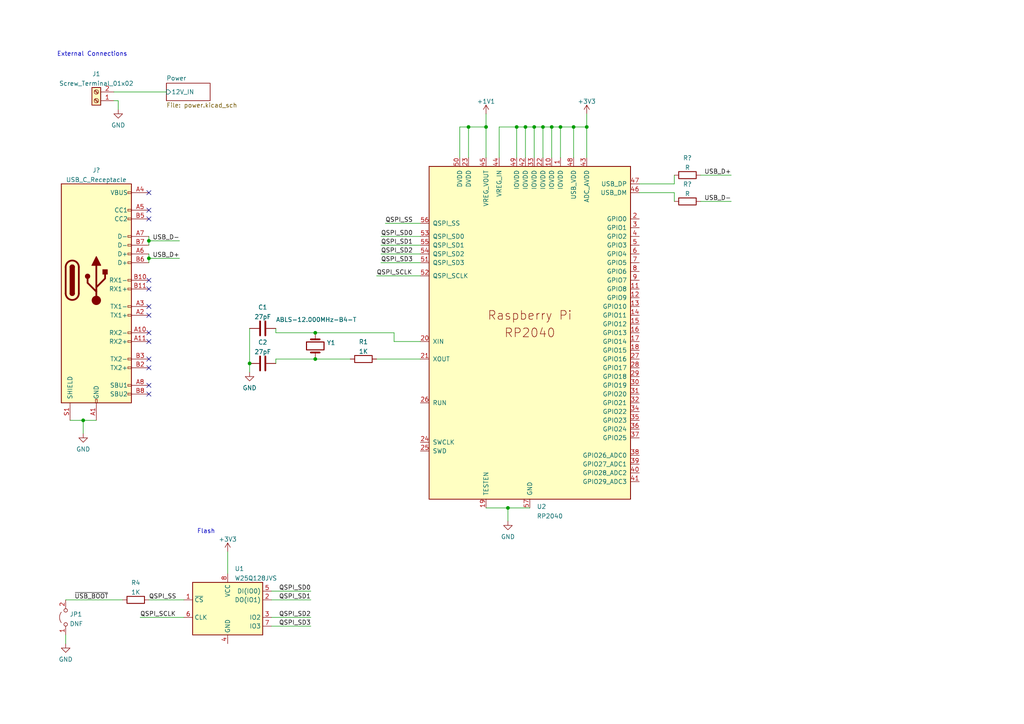
<source format=kicad_sch>
(kicad_sch (version 20211123) (generator eeschema)
  (paper "A4")
  (title_block (title "Main Board") (date "2022-01-02") (rev "V1.0.0") (company "Matthew Nickson") (comment 1 "Licence: CC-BY-SA-4.0"))
  (lib_symbols
    (symbol "Connector:Screw_Terminal_01x02" (pin_names (offset 1.016) hide)
      (property "Reference" "J" (at 0 2.54 0))
      (property "Value" "Screw_Terminal_01x02" (at 0 -5.08 0))
      (symbol "Screw_Terminal_01x02_1_1"
        (rectangle (start -1.27 1.27) (end 1.27 -3.81) (stroke (width 0.254)) (fill (type background)))
        (circle (center 0 -2.54) (radius 0.635) (stroke (width 0.1524)))
        (polyline (pts (xy -0.5334 -2.2098) (xy 0.3302 -3.048)) (stroke (width 0.1524)))
        (polyline (pts (xy -0.5334 0.3302) (xy 0.3302 -0.508)) (stroke (width 0.1524)))
        (polyline (pts (xy -0.3556 -2.032) (xy 0.508 -2.8702)) (stroke (width 0.1524)))
        (polyline (pts (xy -0.3556 0.508) (xy 0.508 -0.3302)) (stroke (width 0.1524)))
        (circle (center 0 0) (radius 0.635) (stroke (width 0.1524)))
        (pin passive line (at -5.08 0 0) (length 3.81) (name "Pin_1") (number "1"))
        (pin passive line (at -5.08 -2.54 0) (length 3.81) (name "Pin_2") (number "2"))
      )
    )
    (symbol "Connector:USB_C_Receptacle" (pin_names (offset 1.016))
      (property "Reference" "J" (at -10.16 29.21 0))
      (property "Value" "USB_C_Receptacle" (at 10.16 29.21 0))
      (symbol "USB_C_Receptacle_0_0"
        (rectangle (start -0.254 -35.56) (end 0.254 -34.544))
        (rectangle (start 10.16 -32.766) (end 9.144 -33.274))
        (rectangle (start 10.16 -30.226) (end 9.144 -30.734))
        (rectangle (start 10.16 -25.146) (end 9.144 -25.654))
        (rectangle (start 10.16 -22.606) (end 9.144 -23.114))
        (rectangle (start 10.16 -17.526) (end 9.144 -18.034))
        (rectangle (start 10.16 -14.986) (end 9.144 -15.494))
        (rectangle (start 10.16 -9.906) (end 9.144 -10.414))
        (rectangle (start 10.16 -7.366) (end 9.144 -7.874))
        (rectangle (start 10.16 -2.286) (end 9.144 -2.794))
        (rectangle (start 10.16 0.254) (end 9.144 -0.254))
        (rectangle (start 10.16 5.334) (end 9.144 4.826))
        (rectangle (start 10.16 7.874) (end 9.144 7.366))
        (rectangle (start 10.16 10.414) (end 9.144 9.906))
        (rectangle (start 10.16 12.954) (end 9.144 12.446))
        (rectangle (start 10.16 18.034) (end 9.144 17.526))
        (rectangle (start 10.16 20.574) (end 9.144 20.066))
        (rectangle (start 10.16 25.654) (end 9.144 25.146))
      )
      (symbol "USB_C_Receptacle_0_1"
        (rectangle (start -10.16 27.94) (end 10.16 -35.56) (stroke (width 0.254)) (fill (type background)))
        (arc (start -8.89 -3.81) (mid -6.985 -5.715) (end -5.08 -3.81) (stroke (width 0.508)))
        (arc (start -7.62 -3.81) (mid -6.985 -4.445) (end -6.35 -3.81) (stroke (width 0.254)))
        (arc (start -7.62 -3.81) (mid -6.985 -4.445) (end -6.35 -3.81) (stroke (width 0.254)) (fill (type outline)))
        (rectangle (start -7.62 -3.81) (end -6.35 3.81) (stroke (width 0.254)) (fill (type outline)))
        (arc (start -6.35 3.81) (mid -6.985 4.445) (end -7.62 3.81) (stroke (width 0.254)))
        (arc (start -6.35 3.81) (mid -6.985 4.445) (end -7.62 3.81) (stroke (width 0.254)) (fill (type outline)))
        (arc (start -5.08 3.81) (mid -6.985 5.715) (end -8.89 3.81) (stroke (width 0.508)))
        (polyline (pts (xy -8.89 -3.81) (xy -8.89 3.81)) (stroke (width 0.508)))
        (polyline (pts (xy -5.08 3.81) (xy -5.08 -3.81)) (stroke (width 0.508)))
      )
      (symbol "USB_C_Receptacle_1_1"
        (circle (center -2.54 1.143) (radius 0.635) (stroke (width 0.254)) (fill (type outline)))
        (circle (center 0 -5.842) (radius 1.27) (fill (type outline)))
        (polyline (pts (xy 0 -5.842) (xy 0 4.318)) (stroke (width 0.508)))
        (polyline (pts (xy 0 -3.302) (xy -2.54 -0.762) (xy -2.54 0.508)) (stroke (width 0.508)))
        (polyline (pts (xy 0 -2.032) (xy 2.54 0.508) (xy 2.54 1.778)) (stroke (width 0.508)))
        (polyline (pts (xy -1.27 4.318) (xy 0 6.858) (xy 1.27 4.318) (xy -1.27 4.318)) (stroke (width 0.254)) (fill (type outline)))
        (rectangle (start 1.905 1.778) (end 3.175 3.048) (stroke (width 0.254)) (fill (type outline)))
        (pin passive line (at 0 -40.64 90) (length 5.08) (name "GND") (number "A1"))
        (pin bidirectional line (at 15.24 -15.24 180) (length 5.08) (name "RX2-") (number "A10"))
        (pin bidirectional line (at 15.24 -17.78 180) (length 5.08) (name "RX2+") (number "A11"))
        (pin passive line (at 0 -40.64 90) (length 5.08) hide (name "GND") (number "A12"))
        (pin bidirectional line (at 15.24 -10.16 180) (length 5.08) (name "TX1+") (number "A2"))
        (pin bidirectional line (at 15.24 -7.62 180) (length 5.08) (name "TX1-") (number "A3"))
        (pin passive line (at 15.24 25.4 180) (length 5.08) (name "VBUS") (number "A4"))
        (pin bidirectional line (at 15.24 20.32 180) (length 5.08) (name "CC1") (number "A5"))
        (pin bidirectional line (at 15.24 7.62 180) (length 5.08) (name "D+") (number "A6"))
        (pin bidirectional line (at 15.24 12.7 180) (length 5.08) (name "D-") (number "A7"))
        (pin bidirectional line (at 15.24 -30.48 180) (length 5.08) (name "SBU1") (number "A8"))
        (pin passive line (at 15.24 25.4 180) (length 5.08) hide (name "VBUS") (number "A9"))
        (pin passive line (at 0 -40.64 90) (length 5.08) hide (name "GND") (number "B1"))
        (pin bidirectional line (at 15.24 0 180) (length 5.08) (name "RX1-") (number "B10"))
        (pin bidirectional line (at 15.24 -2.54 180) (length 5.08) (name "RX1+") (number "B11"))
        (pin passive line (at 0 -40.64 90) (length 5.08) hide (name "GND") (number "B12"))
        (pin bidirectional line (at 15.24 -25.4 180) (length 5.08) (name "TX2+") (number "B2"))
        (pin bidirectional line (at 15.24 -22.86 180) (length 5.08) (name "TX2-") (number "B3"))
        (pin passive line (at 15.24 25.4 180) (length 5.08) hide (name "VBUS") (number "B4"))
        (pin bidirectional line (at 15.24 17.78 180) (length 5.08) (name "CC2") (number "B5"))
        (pin bidirectional line (at 15.24 5.08 180) (length 5.08) (name "D+") (number "B6"))
        (pin bidirectional line (at 15.24 10.16 180) (length 5.08) (name "D-") (number "B7"))
        (pin bidirectional line (at 15.24 -33.02 180) (length 5.08) (name "SBU2") (number "B8"))
        (pin passive line (at 15.24 25.4 180) (length 5.08) hide (name "VBUS") (number "B9"))
        (pin passive line (at -7.62 -40.64 90) (length 5.08) (name "SHIELD") (number "S1"))
      )
    )
    (symbol "Device:C" (pin_numbers hide) (pin_names (offset 0.254))
      (property "Reference" "C" (at 0.635 2.54 0))
      (property "Value" "C" (at 0.635 -2.54 0))
      (symbol "C_0_1"
        (polyline (pts (xy -2.032 -0.762) (xy 2.032 -0.762)) (stroke (width 0.508)))
        (polyline (pts (xy -2.032 0.762) (xy 2.032 0.762)) (stroke (width 0.508)))
      )
      (symbol "C_1_1"
        (pin passive line (at 0 3.81 270) (length 2.794) (name "~") (number "1"))
        (pin passive line (at 0 -3.81 90) (length 2.794) (name "~") (number "2"))
      )
    )
    (symbol "Device:Crystal" (pin_numbers hide) (pin_names (offset 1.016) hide)
      (property "Reference" "Y" (at 0 3.81 0))
      (property "Value" "Crystal" (at 0 -3.81 0))
      (symbol "Crystal_0_1"
        (rectangle (start -1.143 2.54) (end 1.143 -2.54) (stroke (width 0.3048)))
        (polyline (pts (xy -2.54 0) (xy -1.905 0)))
        (polyline (pts (xy -1.905 -1.27) (xy -1.905 1.27)) (stroke (width 0.508)))
        (polyline (pts (xy 1.905 -1.27) (xy 1.905 1.27)) (stroke (width 0.508)))
        (polyline (pts (xy 2.54 0) (xy 1.905 0)))
      )
      (symbol "Crystal_1_1"
        (pin passive line (at -3.81 0 0) (length 1.27) (name "1") (number "1"))
        (pin passive line (at 3.81 0 180) (length 1.27) (name "2") (number "2"))
      )
    )
    (symbol "Device:R" (pin_numbers hide) (pin_names (offset 0))
      (property "Reference" "R" (at 2.032 0 90))
      (property "Value" "R" (at 0 0 90))
      (symbol "R_0_1"
        (rectangle (start -1.016 -2.54) (end 1.016 2.54) (stroke (width 0.254)))
      )
      (symbol "R_1_1"
        (pin passive line (at 0 3.81 270) (length 1.27) (name "~") (number "1"))
        (pin passive line (at 0 -3.81 90) (length 1.27) (name "~") (number "2"))
      )
    )
    (symbol "Jumper:Jumper_2_Open" (pin_names (offset 0) hide)
      (property "Reference" "JP" (at 0 2.794 0))
      (property "Value" "Jumper_2_Open" (at 0 -2.286 0))
      (symbol "Jumper_2_Open_0_0"
        (circle (center -2.032 0) (radius 0.508))
        (circle (center 2.032 0) (radius 0.508))
      )
      (symbol "Jumper_2_Open_0_1"
        (arc (start 1.524 1.27) (mid 0 1.778) (end -1.524 1.27))
      )
      (symbol "Jumper_2_Open_1_1"
        (pin passive line (at -5.08 0 0) (length 2.54) (name "A") (number "1"))
        (pin passive line (at 5.08 0 180) (length 2.54) (name "B") (number "2"))
      )
    )
    (symbol "MCU_RaspberryPi_RP2040:RP2040" (pin_names (offset 1.016))
      (property "Reference" "U" (at -29.21 49.53 0))
      (property "Value" "RP2040" (at 24.13 -49.53 0))
      (symbol "RP2040_0_0"
        (text "Raspberry Pi" (at 0 5.08 0) (effects (font (size 2.54 2.54))))
        (text "RP2040" (at 0 0 0) (effects (font (size 2.54 2.54))))
      )
      (symbol "RP2040_0_1"
        (rectangle (start 29.21 48.26) (end -29.21 -48.26) (stroke (width 0.254)) (fill (type background)))
      )
      (symbol "RP2040_1_1"
        (pin power_in line (at 8.89 50.8 270) (length 2.54) (name "IOVDD") (number "1"))
        (pin power_in line (at 6.35 50.8 270) (length 2.54) (name "IOVDD") (number "10"))
        (pin bidirectional line (at 31.75 12.7 180) (length 2.54) (name "GPIO8") (number "11"))
        (pin bidirectional line (at 31.75 10.16 180) (length 2.54) (name "GPIO9") (number "12"))
        (pin bidirectional line (at 31.75 7.62 180) (length 2.54) (name "GPIO10") (number "13"))
        (pin bidirectional line (at 31.75 5.08 180) (length 2.54) (name "GPIO11") (number "14"))
        (pin bidirectional line (at 31.75 2.54 180) (length 2.54) (name "GPIO12") (number "15"))
        (pin bidirectional line (at 31.75 0 180) (length 2.54) (name "GPIO13") (number "16"))
        (pin bidirectional line (at 31.75 -2.54 180) (length 2.54) (name "GPIO14") (number "17"))
        (pin bidirectional line (at 31.75 -5.08 180) (length 2.54) (name "GPIO15") (number "18"))
        (pin passive line (at -12.7 -50.8 90) (length 2.54) (name "TESTEN") (number "19"))
        (pin bidirectional line (at 31.75 33.02 180) (length 2.54) (name "GPIO0") (number "2"))
        (pin input line (at -31.75 -2.54 0) (length 2.54) (name "XIN") (number "20"))
        (pin passive line (at -31.75 -7.62 0) (length 2.54) (name "XOUT") (number "21"))
        (pin power_in line (at 3.81 50.8 270) (length 2.54) (name "IOVDD") (number "22"))
        (pin power_in line (at -17.78 50.8 270) (length 2.54) (name "DVDD") (number "23"))
        (pin output line (at -31.75 -31.75 0) (length 2.54) (name "SWCLK") (number "24"))
        (pin bidirectional line (at -31.75 -34.29 0) (length 2.54) (name "SWD") (number "25"))
        (pin input line (at -31.75 -20.32 0) (length 2.54) (name "RUN") (number "26"))
        (pin bidirectional line (at 31.75 -7.62 180) (length 2.54) (name "GPIO16") (number "27"))
        (pin bidirectional line (at 31.75 -10.16 180) (length 2.54) (name "GPIO17") (number "28"))
        (pin bidirectional line (at 31.75 -12.7 180) (length 2.54) (name "GPIO18") (number "29"))
        (pin bidirectional line (at 31.75 30.48 180) (length 2.54) (name "GPIO1") (number "3"))
        (pin bidirectional line (at 31.75 -15.24 180) (length 2.54) (name "GPIO19") (number "30"))
        (pin bidirectional line (at 31.75 -17.78 180) (length 2.54) (name "GPIO20") (number "31"))
        (pin bidirectional line (at 31.75 -20.32 180) (length 2.54) (name "GPIO21") (number "32"))
        (pin power_in line (at 1.27 50.8 270) (length 2.54) (name "IOVDD") (number "33"))
        (pin bidirectional line (at 31.75 -22.86 180) (length 2.54) (name "GPIO22") (number "34"))
        (pin bidirectional line (at 31.75 -25.4 180) (length 2.54) (name "GPIO23") (number "35"))
        (pin bidirectional line (at 31.75 -27.94 180) (length 2.54) (name "GPIO24") (number "36"))
        (pin bidirectional line (at 31.75 -30.48 180) (length 2.54) (name "GPIO25") (number "37"))
        (pin bidirectional line (at 31.75 -35.56 180) (length 2.54) (name "GPIO26_ADC0") (number "38"))
        (pin bidirectional line (at 31.75 -38.1 180) (length 2.54) (name "GPIO27_ADC1") (number "39"))
        (pin bidirectional line (at 31.75 27.94 180) (length 2.54) (name "GPIO2") (number "4"))
        (pin bidirectional line (at 31.75 -40.64 180) (length 2.54) (name "GPIO28_ADC2") (number "40"))
        (pin bidirectional line (at 31.75 -43.18 180) (length 2.54) (name "GPIO29_ADC3") (number "41"))
        (pin power_in line (at -1.27 50.8 270) (length 2.54) (name "IOVDD") (number "42"))
        (pin power_in line (at 16.51 50.8 270) (length 2.54) (name "ADC_AVDD") (number "43"))
        (pin power_in line (at -8.89 50.8 270) (length 2.54) (name "VREG_IN") (number "44"))
        (pin power_out line (at -12.7 50.8 270) (length 2.54) (name "VREG_VOUT") (number "45"))
        (pin bidirectional line (at 31.75 40.64 180) (length 2.54) (name "USB_DM") (number "46"))
        (pin bidirectional line (at 31.75 43.18 180) (length 2.54) (name "USB_DP") (number "47"))
        (pin power_in line (at 12.7 50.8 270) (length 2.54) (name "USB_VDD") (number "48"))
        (pin power_in line (at -3.81 50.8 270) (length 2.54) (name "IOVDD") (number "49"))
        (pin bidirectional line (at 31.75 25.4 180) (length 2.54) (name "GPIO3") (number "5"))
        (pin power_in line (at -20.32 50.8 270) (length 2.54) (name "DVDD") (number "50"))
        (pin bidirectional line (at -31.75 20.32 0) (length 2.54) (name "QSPI_SD3") (number "51"))
        (pin output line (at -31.75 16.51 0) (length 2.54) (name "QSPI_SCLK") (number "52"))
        (pin bidirectional line (at -31.75 27.94 0) (length 2.54) (name "QSPI_SD0") (number "53"))
        (pin bidirectional line (at -31.75 22.86 0) (length 2.54) (name "QSPI_SD2") (number "54"))
        (pin bidirectional line (at -31.75 25.4 0) (length 2.54) (name "QSPI_SD1") (number "55"))
        (pin bidirectional line (at -31.75 31.75 0) (length 2.54) (name "QSPI_SS") (number "56"))
        (pin power_in line (at 0 -50.8 90) (length 2.54) (name "GND") (number "57"))
        (pin bidirectional line (at 31.75 22.86 180) (length 2.54) (name "GPIO4") (number "6"))
        (pin bidirectional line (at 31.75 20.32 180) (length 2.54) (name "GPIO5") (number "7"))
        (pin bidirectional line (at 31.75 17.78 180) (length 2.54) (name "GPIO6") (number "8"))
        (pin bidirectional line (at 31.75 15.24 180) (length 2.54) (name "GPIO7") (number "9"))
      )
    )
    (symbol "Memory_Flash:W25Q128JVS"
      (property "Reference" "U" (at -8.89 8.89 0))
      (property "Value" "W25Q128JVS" (at 7.62 8.89 0))
      (symbol "W25Q128JVS_0_1"
        (rectangle (start -10.16 7.62) (end 10.16 -7.62) (stroke (width 0.254)) (fill (type background)))
      )
      (symbol "W25Q128JVS_1_1"
        (pin input line (at -12.7 2.54 0) (length 2.54) (name "~{CS}") (number "1"))
        (pin bidirectional line (at 12.7 2.54 180) (length 2.54) (name "DO(IO1)") (number "2"))
        (pin bidirectional line (at 12.7 -2.54 180) (length 2.54) (name "IO2") (number "3"))
        (pin power_in line (at 0 -10.16 90) (length 2.54) (name "GND") (number "4"))
        (pin bidirectional line (at 12.7 5.08 180) (length 2.54) (name "DI(IO0)") (number "5"))
        (pin input line (at -12.7 -2.54 0) (length 2.54) (name "CLK") (number "6"))
        (pin bidirectional line (at 12.7 -5.08 180) (length 2.54) (name "IO3") (number "7"))
        (pin power_in line (at 0 10.16 270) (length 2.54) (name "VCC") (number "8"))
      )
    )
    (symbol "power:+1V1" (power) (pin_names (offset 0))
      (property "Value" "+1V1" (at 0 3.556 0))
      (symbol "+1V1_0_1"
        (polyline (pts (xy -0.762 1.27) (xy 0 2.54)))
        (polyline (pts (xy 0 0) (xy 0 2.54)))
        (polyline (pts (xy 0 2.54) (xy 0.762 1.27)))
      )
      (symbol "+1V1_1_1"
        (pin power_in line (at 0 0 90) (length 0) hide (name "+1V1") (number "1"))
      )
    )
    (symbol "power:+3V3" (power) (pin_names (offset 0))
      (property "Value" "+3V3" (at 0 3.556 0))
      (symbol "+3V3_0_1"
        (polyline (pts (xy -0.762 1.27) (xy 0 2.54)))
        (polyline (pts (xy 0 0) (xy 0 2.54)))
        (polyline (pts (xy 0 2.54) (xy 0.762 1.27)))
      )
      (symbol "+3V3_1_1"
        (pin power_in line (at 0 0 90) (length 0) hide (name "+3V3") (number "1"))
      )
    )
    (symbol "power:GND" (power) (pin_names (offset 0))
      (property "Value" "GND" (at 0 -3.81 0))
      (symbol "GND_0_1"
        (polyline (pts (xy 0 0) (xy 0 -1.27) (xy 1.27 -1.27) (xy 0 -2.54) (xy -1.27 -1.27) (xy 0 -1.27)))
      )
      (symbol "GND_1_1"
        (pin power_in line (at 0 0 270) (length 0) hide (name "GND") (number "1"))
      )
    )
  )
  (junction (at 160.02 36.83))
  (junction (at 170.18 36.83))
  (junction (at 135.89 36.83))
  (junction (at 91.44 96.52))
  (junction (at 91.44 104.14))
  (junction (at 157.48 36.83))
  (junction (at 154.94 36.83))
  (junction (at 140.97 36.83))
  (junction (at 166.37 36.83))
  (junction (at 162.56 36.83))
  (junction (at 147.32 147.32))
  (junction (at 24.13 121.92))
  (junction (at 43.18 69.85))
  (junction (at 149.86 36.83))
  (junction (at 43.18 74.93))
  (junction (at 152.4 36.83))
  (junction (at 72.39 105.41))
  (no_connect (at 43.18 55.88))
  (no_connect (at 43.18 81.28))
  (no_connect (at 43.18 63.5))
  (no_connect (at 43.18 60.96))
  (no_connect (at 43.18 106.68))
  (no_connect (at 43.18 104.14))
  (no_connect (at 43.18 111.76))
  (no_connect (at 43.18 114.3))
  (no_connect (at 43.18 99.06))
  (no_connect (at 43.18 96.52))
  (no_connect (at 43.18 91.44))
  (no_connect (at 43.18 88.9))
  (no_connect (at 43.18 83.82))
  (wire (pts (xy 160.02 36.83) (xy 160.02 45.72)))
  (wire (pts (xy 43.18 69.85) (xy 52.07 69.85)))
  (wire (pts (xy 203.2 58.42) (xy 212.09 58.42)))
  (wire (pts (xy 110.49 76.2) (xy 121.92 76.2)))
  (wire (pts (xy 162.56 36.83) (xy 162.56 45.72)))
  (wire (pts (xy 166.37 36.83) (xy 166.37 45.72)))
  (wire (pts (xy 152.4 36.83) (xy 152.4 45.72)))
  (wire (pts (xy 140.97 33.02) (xy 140.97 36.83)))
  (wire (pts (xy 110.49 73.66) (xy 121.92 73.66)))
  (wire (pts (xy 19.05 184.15) (xy 19.05 186.69)))
  (wire (pts (xy 24.13 121.92) (xy 24.13 125.73)))
  (wire (pts (xy 152.4 36.83) (xy 154.94 36.83)))
  (wire (pts (xy 114.3 99.06) (xy 121.92 99.06)))
  (wire (pts (xy 149.86 45.72) (xy 149.86 36.83)))
  (wire (pts (xy 19.05 173.99) (xy 35.56 173.99)))
  (wire (pts (xy 144.78 45.72) (xy 144.78 36.83)))
  (wire (pts (xy 34.29 29.21) (xy 34.29 31.75)))
  (wire (pts (xy 140.97 36.83) (xy 135.89 36.83)))
  (wire (pts (xy 140.97 45.72) (xy 140.97 36.83)))
  (wire (pts (xy 33.02 26.67) (xy 48.26 26.67)))
  (wire (pts (xy 111.76 64.77) (xy 121.92 64.77)))
  (wire (pts (xy 185.42 53.34) (xy 195.58 53.34)))
  (wire (pts (xy 78.74 171.45) (xy 90.17 171.45)))
  (wire (pts (xy 110.49 71.12) (xy 121.92 71.12)))
  (wire (pts (xy 195.58 53.34) (xy 195.58 50.8)))
  (wire (pts (xy 185.42 55.88) (xy 195.58 55.88)))
  (wire (pts (xy 140.97 147.32) (xy 147.32 147.32)))
  (wire (pts (xy 154.94 36.83) (xy 157.48 36.83)))
  (wire (pts (xy 162.56 36.83) (xy 166.37 36.83)))
  (wire (pts (xy 43.18 173.99) (xy 53.34 173.99)))
  (wire (pts (xy 110.49 68.58) (xy 121.92 68.58)))
  (wire (pts (xy 72.39 95.25) (xy 72.39 105.41)))
  (wire (pts (xy 170.18 36.83) (xy 170.18 45.72)))
  (wire (pts (xy 78.74 179.07) (xy 90.17 179.07)))
  (wire (pts (xy 24.13 121.92) (xy 27.94 121.92)))
  (wire (pts (xy 91.44 96.52) (xy 114.3 96.52)))
  (wire (pts (xy 80.01 105.41) (xy 80.01 104.14)))
  (wire (pts (xy 133.35 36.83) (xy 133.35 45.72)))
  (wire (pts (xy 160.02 36.83) (xy 162.56 36.83)))
  (wire (pts (xy 166.37 36.83) (xy 170.18 36.83)))
  (wire (pts (xy 40.64 179.07) (xy 53.34 179.07)))
  (wire (pts (xy 195.58 55.88) (xy 195.58 58.42)))
  (wire (pts (xy 147.32 147.32) (xy 147.32 151.13)))
  (wire (pts (xy 33.02 29.21) (xy 34.29 29.21)))
  (wire (pts (xy 80.01 104.14) (xy 91.44 104.14)))
  (wire (pts (xy 72.39 105.41) (xy 72.39 107.95)))
  (wire (pts (xy 109.22 80.01) (xy 121.92 80.01)))
  (wire (pts (xy 43.18 68.58) (xy 43.18 69.85)))
  (wire (pts (xy 43.18 73.66) (xy 43.18 74.93)))
  (wire (pts (xy 91.44 104.14) (xy 101.6 104.14)))
  (wire (pts (xy 170.18 33.02) (xy 170.18 36.83)))
  (wire (pts (xy 147.32 147.32) (xy 153.67 147.32)))
  (wire (pts (xy 135.89 36.83) (xy 133.35 36.83)))
  (wire (pts (xy 154.94 36.83) (xy 154.94 45.72)))
  (wire (pts (xy 78.74 173.99) (xy 90.17 173.99)))
  (wire (pts (xy 114.3 96.52) (xy 114.3 99.06)))
  (wire (pts (xy 135.89 45.72) (xy 135.89 36.83)))
  (wire (pts (xy 157.48 45.72) (xy 157.48 36.83)))
  (wire (pts (xy 78.74 181.61) (xy 90.17 181.61)))
  (wire (pts (xy 157.48 36.83) (xy 160.02 36.83)))
  (wire (pts (xy 43.18 69.85) (xy 43.18 71.12)))
  (wire (pts (xy 80.01 96.52) (xy 91.44 96.52)))
  (wire (pts (xy 144.78 36.83) (xy 149.86 36.83)))
  (wire (pts (xy 43.18 74.93) (xy 43.18 76.2)))
  (wire (pts (xy 20.32 121.92) (xy 24.13 121.92)))
  (wire (pts (xy 80.01 95.25) (xy 80.01 96.52)))
  (wire (pts (xy 66.04 160.02) (xy 66.04 166.37)))
  (wire (pts (xy 203.2 50.8) (xy 212.09 50.8)))
  (wire (pts (xy 149.86 36.83) (xy 152.4 36.83)))
  (wire (pts (xy 109.22 104.14) (xy 121.92 104.14)))
  (wire (pts (xy 43.18 74.93) (xy 52.07 74.93)))
  (text "External Connections" (at 16.51 16.51 0) (effects (font (size 1.27 1.27)) (justify left bottom)))
  (text "Flash" (at 57.15 154.94 0) (effects (font (size 1.27 1.27)) (justify left bottom)))
  (label "QSPI_SS" (at 111.76 64.77 0))
  (label "~{USB_BOOT}" (at 21.59 173.99 0))
  (label "QSPI_SD0" (at 110.49 68.58 0))
  (label "QSPI_SD1" (at 90.17 173.99 180))
  (label "USB_D+" (at 52.07 74.93 180))
  (label "QSPI_SD3" (at 90.17 181.61 180))
  (label "QSPI_SCLK" (at 40.64 179.07 0))
  (label "QSPI_SD1" (at 110.49 71.12 0))
  (label "QSPI_SD0" (at 90.17 171.45 180))
  (label "USB_D-" (at 212.09 58.42 180))
  (label "QSPI_SD3" (at 110.49 76.2 0))
  (label "USB_D+" (at 212.09 50.8 180))
  (label "QSPI_SD2" (at 110.49 73.66 0))
  (label "QSPI_SCLK" (at 109.22 80.01 0))
  (label "QSPI_SS" (at 43.18 173.99 0))
  (label "USB_D-" (at 52.07 69.85 180))
  (label "QSPI_SD2" (at 90.17 179.07 180))
  (symbol (lib_id "power:GND") (at 34.29 31.75 0) (unit 1)
    (property "Reference" "#PWR01" (effects hide))
    (property "Value" "GND" (at 34.29 36.3125 0))
  )
  (symbol (lib_id "MCU_RaspberryPi_RP2040:RP2040") (at 153.67 96.52 0) (unit 1)
    (property "Reference" "U2" (at 155.6894 146.9295 0) (effects (justify left)))
    (property "Value" "RP2040" (at 155.6894 149.7046 0) (effects (justify left)))
    (property "Footprint" "RP2040_minimal:RP2040-QFN-56" (effects hide))
  )
  (symbol (lib_id "Device:Crystal") (at 91.44 100.33 90) (unit 1)
    (property "Reference" "Y1" (at 94.7674 99.4215 90) (effects (justify right)))
    (property "Value" "ABLS-12.000MHz-B4-T" (at 80.01 92.71 90) (effects (justify right)))
  )
  (symbol (lib_id "Device:C") (at 76.2 105.41 90) (unit 1)
    (property "Reference" "C2" (at 76.2 99.2845 90))
    (property "Value" "27pF" (at 76.2 102.0596 90))
  )
  (symbol (lib_id "power:+3V3") (at 66.04 160.02 0) (unit 1)
    (property "Reference" "#PWR04" (effects hide))
    (property "Value" "+3V3" (at 66.04 156.4155 0))
  )
  (symbol (lib_id "Device:R") (at 199.39 50.8 90) (unit 1)
    (property "Reference" "R?" (at 199.39 45.8175 90))
    (property "Value" "R" (at 199.39 48.5926 90))
  )
  (symbol (lib_id "power:GND") (at 24.13 125.73 0) (unit 1)
    (property "Reference" "#PWR?" (effects hide))
    (property "Value" "GND" (at 24.13 130.2925 0))
  )
  (symbol (lib_id "Device:R") (at 39.37 173.99 90) (unit 1)
    (property "Reference" "R4" (at 39.37 169.0075 90))
    (property "Value" "1K" (at 39.37 171.7826 90))
  )
  (symbol (lib_id "Device:C") (at 76.2 95.25 90) (unit 1)
    (property "Reference" "C1" (at 76.2 89.1245 90))
    (property "Value" "27pF" (at 76.2 91.8996 90))
  )
  (symbol (lib_id "power:GND") (at 72.39 107.95 0) (unit 1)
    (property "Reference" "#PWR05" (effects hide))
    (property "Value" "GND" (at 72.39 112.5125 0))
  )
  (symbol (lib_id "power:+3V3") (at 170.18 33.02 0) (unit 1)
    (property "Reference" "#PWR03" (effects hide))
    (property "Value" "+3V3" (at 170.18 29.4155 0))
  )
  (symbol (lib_id "power:+1V1") (at 140.97 33.02 0) (unit 1)
    (property "Reference" "#PWR02" (effects hide))
    (property "Value" "+1V1" (at 140.97 29.4155 0))
  )
  (symbol (lib_id "Memory_Flash:W25Q128JVS") (at 66.04 176.53 0) (unit 1)
    (property "Reference" "U1" (at 68.0594 164.9435 0) (effects (justify left)))
    (property "Value" "W25Q128JVS" (at 68.0594 167.7186 0) (effects (justify left)))
    (property "Footprint" "Package_SO:SOIC-8_5.23x5.23mm_P1.27mm" (effects hide))
    (property "Datasheet" "http://www.winbond.com/resource-files/w25q128jv_dtr%20revc%2003272018%20plus.pdf" (effects hide))
  )
  (symbol (lib_id "Device:R") (at 105.41 104.14 90) (unit 1)
    (property "Reference" "R1" (at 105.41 99.1575 90))
    (property "Value" "1K" (at 105.41 101.9326 90))
  )
  (symbol (lib_id "Device:R") (at 199.39 58.42 90) (unit 1)
    (property "Reference" "R?" (at 199.39 53.4375 90))
    (property "Value" "R" (at 199.39 56.2126 90))
  )
  (symbol (lib_id "power:GND") (at 19.05 186.69 0) (unit 1)
    (property "Reference" "#PWR018" (effects hide))
    (property "Value" "GND" (at 19.05 191.2525 0))
  )
  (symbol (lib_id "Jumper:Jumper_2_Open") (at 19.05 179.07 90) (unit 1)
    (property "Reference" "JP1" (at 20.193 178.1615 90) (effects (justify right)))
    (property "Value" "DNF" (at 20.193 180.9366 90) (effects (justify right)))
  )
  (symbol (lib_id "Connector:Screw_Terminal_01x02") (at 27.94 29.21 180) (unit 1)
    (property "Reference" "J1" (at 27.94 21.4335 0))
    (property "Value" "Screw_Terminal_01x02" (at 27.94 24.2086 0))
  )
  (symbol (lib_id "power:GND") (at 147.32 151.13 0) (unit 1)
    (property "Reference" "#PWR?" (effects hide))
    (property "Value" "GND" (at 147.32 155.6925 0))
  )
  (symbol (lib_id "Connector:USB_C_Receptacle") (at 27.94 81.28 0) (unit 1)
    (property "Reference" "J?" (at 27.94 49.3735 0))
    (property "Value" "USB_C_Receptacle" (at 27.94 52.1486 0))
    (property "Datasheet" "https://www.usb.org/sites/default/files/documents/usb_type-c.zip" (effects hide))
  )
  (sheet (at 48.26 24.13) (size 12.7 5.08) (stroke (width 0.1524))
    (property "Sheet name" "Power" (at 48.26 23.4184 0) (effects (justify left bottom)))
    (property "Sheet file" "power.kicad_sch" (at 48.26 29.7946 0) (effects (justify left top)))
    (pin "12V_IN" input (at 48.26 26.67 180))
  )
)
</source>
